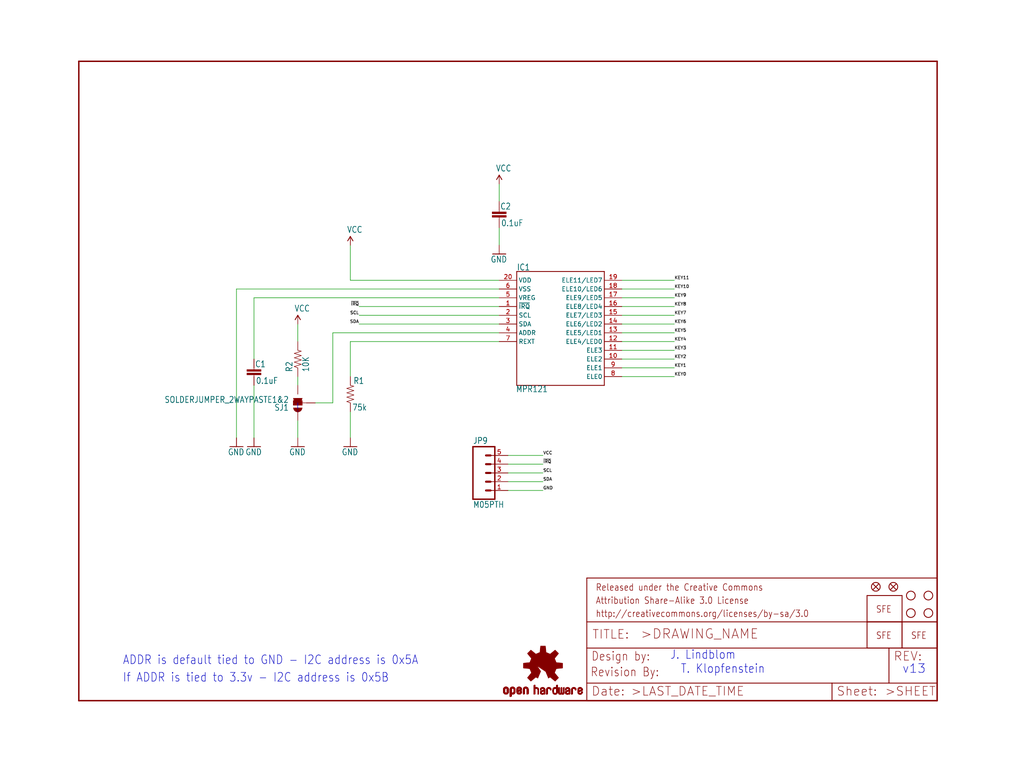
<source format=kicad_sch>
(kicad_sch (version 20211123) (generator eeschema)
  (paper "User" 297.002 223.926)
  (lib_symbols
    (symbol "schematicEagle-eagle-import:0.1UF-25V(+80{slash}-20%)(0603)"
      (property "Reference" "C" (at 1.524 2.921 0))
      (property "Value" "0.1UF-25V(+80{slash}-20%)(0603)" (at 1.524 -2.159 0))
      (symbol "0.1UF-25V(+80{slash}-20%)(0603)_1_0"
        (pin passive line (at 0 5.08 270) (length 2.54) (name "1") (number "1"))
        (pin passive line (at 0 -2.54 90) (length 2.54) (name "2") (number "2"))
      )
    )
    (symbol "schematicEagle-eagle-import:10KOHM1{slash}10W1%(0603)0603"
      (property "Reference" "R" (at -3.81 1.4986 0))
      (property "Value" "10KOHM1{slash}10W1%(0603)0603" (at -3.81 -3.302 0))
      (symbol "10KOHM1{slash}10W1%(0603)0603_1_0"
        (pin passive line (at -5.08 0 0) (length 2.54) (name "1") (number "1"))
        (pin passive line (at 5.08 0 180) (length 2.54) (name "2") (number "2"))
      )
    )
    (symbol "schematicEagle-eagle-import:FIDUCIAL1X2")
    (symbol "schematicEagle-eagle-import:FRAME-LETTER"
      (symbol "FRAME-LETTER_2_0"
        (text ">DRAWING_NAME" (at 15.494 17.78 0) (effects (font (size 2.7432 2.7432)) (justify left bottom)))
        (text ">LAST_DATE_TIME" (at 12.7 1.27 0) (effects (font (size 2.54 2.54)) (justify left bottom)))
        (text ">SHEET" (at 86.36 1.27 0) (effects (font (size 2.54 2.54)) (justify left bottom)))
        (text "Attribution Share-Alike 3.0 License" (at 2.54 27.94 0) (effects (font (size 1.9304 1.6408)) (justify left bottom)))
        (text "Date:" (at 1.27 1.27 0) (effects (font (size 2.54 2.54)) (justify left bottom)))
        (text "Design by:" (at 1.27 11.43 0) (effects (font (size 2.54 2.159)) (justify left bottom)))
        (text "http://creativecommons.org/licenses/by-sa/3.0" (at 2.54 24.13 0) (effects (font (size 1.9304 1.6408)) (justify left bottom)))
        (text "Released under the Creative Commons" (at 2.54 31.75 0) (effects (font (size 1.9304 1.6408)) (justify left bottom)))
        (text "REV:" (at 88.9 11.43 0) (effects (font (size 2.54 2.54)) (justify left bottom)))
        (text "Sheet:" (at 72.39 1.27 0) (effects (font (size 2.54 2.54)) (justify left bottom)))
        (text "TITLE:" (at 1.524 17.78 0) (effects (font (size 2.54 2.54)) (justify left bottom)))
      )
    )
    (symbol "schematicEagle-eagle-import:GND" (power)
      (property "Value" "GND" (at -2.54 -2.54 0))
      (symbol "GND_1_0"
        (pin power_in line (at 0 2.54 270) (length 2.54) (name "GND") (number "1"))
      )
    )
    (symbol "schematicEagle-eagle-import:LOGO-SFENEW"
      (symbol "LOGO-SFENEW_1_0"
        (text "SFE" (at 0 0 0) (effects (font (size 1.9304 1.6408)) (justify left bottom)))
      )
    )
    (symbol "schematicEagle-eagle-import:LOGO-SFESK"
      (symbol "LOGO-SFESK_1_0"
        (text "SFE" (at 0 0 0) (effects (font (size 1.9304 1.6408)) (justify left bottom)))
      )
    )
    (symbol "schematicEagle-eagle-import:M05PTH"
      (property "Reference" "JP" (at -2.54 8.382 0))
      (property "Value" "M05PTH" (at -2.54 -10.16 0))
      (symbol "M05PTH_1_0"
        (pin passive line (at 7.62 -5.08 180) (length 5.08) (name "1") (number "1"))
        (pin passive line (at 7.62 -2.54 180) (length 5.08) (name "2") (number "2"))
        (pin passive line (at 7.62 0 180) (length 5.08) (name "3") (number "3"))
        (pin passive line (at 7.62 2.54 180) (length 5.08) (name "4") (number "4"))
        (pin passive line (at 7.62 5.08 180) (length 5.08) (name "5") (number "5"))
      )
    )
    (symbol "schematicEagle-eagle-import:MPR121V2"
      (property "Value" "MPR121V2" (at -12.954 -17.272 0))
      (symbol "MPR121V2_1_0"
        (pin bidirectional line (at -17.78 7.62 0) (length 5.08) (name "~{IRQ}") (number "1"))
        (pin bidirectional line (at 17.78 -7.62 180) (length 5.08) (name "ELE2") (number "10"))
        (pin bidirectional line (at 17.78 -5.08 180) (length 5.08) (name "ELE3") (number "11"))
        (pin bidirectional line (at 17.78 -2.54 180) (length 5.08) (name "ELE4/LED0") (number "12"))
        (pin bidirectional line (at 17.78 0 180) (length 5.08) (name "ELE5/LED1") (number "13"))
        (pin bidirectional line (at 17.78 2.54 180) (length 5.08) (name "ELE6/LED2") (number "14"))
        (pin bidirectional line (at 17.78 5.08 180) (length 5.08) (name "ELE7/LED3") (number "15"))
        (pin bidirectional line (at 17.78 7.62 180) (length 5.08) (name "ELE8/LED4") (number "16"))
        (pin bidirectional line (at 17.78 10.16 180) (length 5.08) (name "ELE9/LED5") (number "17"))
        (pin bidirectional line (at 17.78 12.7 180) (length 5.08) (name "ELE10/LED6") (number "18"))
        (pin bidirectional line (at 17.78 15.24 180) (length 5.08) (name "ELE11/LED7") (number "19"))
        (pin bidirectional line (at -17.78 5.08 0) (length 5.08) (name "SCL") (number "2"))
        (pin bidirectional line (at -17.78 15.24 0) (length 5.08) (name "VDD") (number "20"))
        (pin bidirectional line (at -17.78 2.54 0) (length 5.08) (name "SDA") (number "3"))
        (pin bidirectional line (at -17.78 0 0) (length 5.08) (name "ADDR") (number "4"))
        (pin bidirectional line (at -17.78 10.16 0) (length 5.08) (name "VREG") (number "5"))
        (pin bidirectional line (at -17.78 12.7 0) (length 5.08) (name "VSS") (number "6"))
        (pin bidirectional line (at -17.78 -2.54 0) (length 5.08) (name "REXT") (number "7"))
        (pin bidirectional line (at 17.78 -12.7 180) (length 5.08) (name "ELE0") (number "8"))
        (pin bidirectional line (at 17.78 -10.16 180) (length 5.08) (name "ELE1") (number "9"))
      )
    )
    (symbol "schematicEagle-eagle-import:OSHW-LOGOL")
    (symbol "schematicEagle-eagle-import:RESISTOR0603-RES"
      (property "Reference" "R" (at -3.81 1.4986 0))
      (property "Value" "RESISTOR0603-RES" (at -3.81 -3.302 0))
      (symbol "RESISTOR0603-RES_1_0"
        (pin passive line (at -5.08 0 0) (length 2.54) (name "1") (number "1"))
        (pin passive line (at 5.08 0 180) (length 2.54) (name "2") (number "2"))
      )
    )
    (symbol "schematicEagle-eagle-import:REVISION"
      (symbol "REVISION_1_0"
        (text "Revision By: " (at 0 0 0) (effects (font (size 2.54 2.159)) (justify left bottom)))
      )
    )
    (symbol "schematicEagle-eagle-import:SOLDERJUMPER_2WAYPASTE1&2"
      (property "Reference" "SJ" (at 2.54 0.381 0))
      (property "Value" "SOLDERJUMPER_2WAYPASTE1&2" (at 2.54 -1.905 0))
      (symbol "SOLDERJUMPER_2WAYPASTE1&2_1_0"
        (pin passive line (at 0 5.08 270) (length 2.54) (name "1") (number "1"))
        (pin passive line (at -5.08 0 0) (length 2.54) (name "2") (number "2"))
        (pin passive line (at 0 -5.08 90) (length 2.54) (name "3") (number "3"))
      )
    )
    (symbol "schematicEagle-eagle-import:STAND-OFF")
    (symbol "schematicEagle-eagle-import:VCC" (power)
      (property "Value" "VCC" (at -1.016 3.556 0))
      (symbol "VCC_1_0"
        (pin power_in line (at 0 0 90) (length 2.54) (name "VCC") (number "1"))
      )
    )
  )
  (wire (pts (xy 73.66 86.36) (xy 73.66 104.14)))
  (wire (pts (xy 180.34 83.82) (xy 195.58 83.82)))
  (wire (pts (xy 144.78 91.44) (xy 104.14 91.44)))
  (wire (pts (xy 144.78 93.98) (xy 104.14 93.98)))
  (wire (pts (xy 86.36 111.76) (xy 86.36 109.22)))
  (wire (pts (xy 147.32 142.24) (xy 157.48 142.24)))
  (wire (pts (xy 180.34 106.68) (xy 195.58 106.68)))
  (wire (pts (xy 86.36 121.92) (xy 86.36 127)))
  (wire (pts (xy 68.58 83.82) (xy 144.78 83.82)))
  (wire (pts (xy 147.32 134.62) (xy 157.48 134.62)))
  (wire (pts (xy 180.34 81.28) (xy 195.58 81.28)))
  (wire (pts (xy 96.52 116.84) (xy 91.44 116.84)))
  (wire (pts (xy 180.34 91.44) (xy 195.58 91.44)))
  (wire (pts (xy 180.34 99.06) (xy 195.58 99.06)))
  (wire (pts (xy 144.78 88.9) (xy 104.14 88.9)))
  (wire (pts (xy 144.78 96.52) (xy 96.52 96.52)))
  (wire (pts (xy 147.32 137.16) (xy 157.48 137.16)))
  (wire (pts (xy 101.6 81.28) (xy 101.6 71.12)))
  (wire (pts (xy 144.78 58.42) (xy 144.78 53.34)))
  (wire (pts (xy 101.6 119.38) (xy 101.6 127)))
  (wire (pts (xy 180.34 93.98) (xy 195.58 93.98)))
  (wire (pts (xy 68.58 127) (xy 68.58 83.82)))
  (wire (pts (xy 96.52 96.52) (xy 96.52 116.84)))
  (wire (pts (xy 144.78 86.36) (xy 73.66 86.36)))
  (wire (pts (xy 144.78 71.12) (xy 144.78 66.04)))
  (wire (pts (xy 144.78 81.28) (xy 101.6 81.28)))
  (wire (pts (xy 180.34 96.52) (xy 195.58 96.52)))
  (wire (pts (xy 180.34 86.36) (xy 195.58 86.36)))
  (wire (pts (xy 147.32 139.7) (xy 157.48 139.7)))
  (polyline (pts (xy 86.36 116.84) (xy 86.36 119.38)))
  (wire (pts (xy 180.34 88.9) (xy 195.58 88.9)))
  (wire (pts (xy 73.66 111.76) (xy 73.66 127)))
  (wire (pts (xy 180.34 104.14) (xy 195.58 104.14)))
  (wire (pts (xy 86.36 93.98) (xy 86.36 99.06)))
  (wire (pts (xy 180.34 101.6) (xy 195.58 101.6)))
  (wire (pts (xy 144.78 99.06) (xy 101.6 99.06)))
  (wire (pts (xy 147.32 132.08) (xy 157.48 132.08)))
  (wire (pts (xy 180.34 109.22) (xy 195.58 109.22)))
  (wire (pts (xy 101.6 99.06) (xy 101.6 109.22)))
  (text "If ADDR is tied to 3.3v - I2C address is 0x5B" (at 35.56 198.12 180) (effects (font (size 2.54 2.159)) (justify left bottom)))
  (text "v13" (at 261.62 195.58 180) (effects (font (size 2.54 2.54)) (justify left bottom)))
  (text "J. Lindblom" (at 194.31 191.516 180) (effects (font (size 2.54 2.159)) (justify left bottom)))
  (text "ADDR is default tied to GND - I2C address is 0x5A" (at 35.56 193.04 180) (effects (font (size 2.54 2.159)) (justify left bottom)))
  (text "T. Klopfenstein" (at 197.358 195.58 180) (effects (font (size 2.54 2.159)) (justify left bottom)))
  (label "KEY2" (at 195.58 104.14 0) (effects (font (size 0.889 0.889))))
  (label "KEY9" (at 195.58 86.36 0) (effects (font (size 0.889 0.889))))
  (label "KEY6" (at 195.58 93.98 0) (effects (font (size 0.889 0.889))))
  (label "SCL" (at 157.48 137.16 0) (effects (font (size 0.889 0.889))))
  (label "KEY5" (at 195.58 96.52 0) (effects (font (size 0.889 0.889))))
  (label "~{IRQ}" (at 157.48 134.62 0) (effects (font (size 0.889 0.889))))
  (label "KEY11" (at 195.58 81.28 0) (effects (font (size 0.889 0.889))))
  (label "KEY1" (at 195.58 106.68 0) (effects (font (size 0.889 0.889))))
  (label "GND" (at 157.48 142.24 0) (effects (font (size 0.889 0.889))))
  (label "KEY3" (at 195.58 101.6 0) (effects (font (size 0.889 0.889))))
  (label "KEY0" (at 195.58 109.22 0) (effects (font (size 0.889 0.889))))
  (label "KEY4" (at 195.58 99.06 0) (effects (font (size 0.889 0.889))))
  (label "KEY8" (at 195.58 88.9 0) (effects (font (size 0.889 0.889))))
  (label "VCC" (at 157.48 132.08 0) (effects (font (size 0.889 0.889))))
  (label "KEY7" (at 195.58 91.44 0) (effects (font (size 0.889 0.889))))
  (label "KEY10" (at 195.58 83.82 0) (effects (font (size 0.889 0.889))))
  (label "SCL" (at 104.14 91.44 180) (effects (font (size 0.889 0.889))))
  (label "~{IRQ}" (at 104.14 88.9 180) (effects (font (size 0.889 0.889))))
  (label "SDA" (at 157.48 139.7 0) (effects (font (size 0.889 0.889))))
  (label "SDA" (at 104.14 93.98 180) (effects (font (size 0.889 0.889))))
  (symbol (lib_id "schematicEagle-eagle-import:MPR121V2") (at 162.56 96.52 0) (unit 1)
    (property "Reference" "IC1" (at 149.86 78.486 0) (effects (font (size 1.778 1.5113)) (justify left bottom)))
    (property "Value" "MPR121" (at 149.606 113.792 0) (effects (font (size 1.778 1.5113)) (justify left bottom)))
    (property "Footprint" "schematicEagle:QFN-20-0.4MM-V2" (effects hide))
  )
  (symbol (lib_id "schematicEagle-eagle-import:RESISTOR0603-RES") (at 101.6 114.3 90) (unit 1)
    (property "Reference" "R1" (at 105.664 109.4486 90) (effects (font (size 1.778 1.5113)) (justify left bottom)))
    (property "Value" "75k" (at 102.108 119.126 90) (effects (font (size 1.778 1.5113)) (justify right top)))
    (property "Footprint" "schematicEagle:0603-RES" (effects hide))
  )
  (symbol (lib_id "schematicEagle-eagle-import:FRAME-LETTER") (at 22.86 203.2 0) (unit 1)
    (property "Reference" "FRAME1" (effects hide))
    (property "Value" "FRAME-LETTER" (effects hide))
    (property "Footprint" "schematicEagle:CREATIVE_COMMONS" (effects hide))
  )
  (symbol (lib_id "schematicEagle-eagle-import:GND") (at 144.78 73.66 0) (unit 1)
    (property "Reference" "#GND5" (effects hide))
    (property "Value" "GND" (at 142.24 76.2 0) (effects (font (size 1.778 1.5113)) (justify left bottom)))
    (property "Footprint" "schematicEagle:" (effects hide))
  )
  (symbol (lib_id "schematicEagle-eagle-import:STAND-OFF") (at 269.24 177.8 0) (unit 1)
    (property "Reference" "JP8" (effects hide))
    (property "Value" "STAND-OFF" (effects hide))
    (property "Footprint" "schematicEagle:STAND-OFF" (effects hide))
  )
  (symbol (lib_id "schematicEagle-eagle-import:LOGO-SFESK") (at 254 185.42 0) (unit 1)
    (property "Reference" "JP2" (effects hide))
    (property "Value" "LOGO-SFESK" (effects hide))
    (property "Footprint" "schematicEagle:SFE-LOGO-FLAME" (effects hide))
  )
  (symbol (lib_id "schematicEagle-eagle-import:M05PTH") (at 139.7 137.16 0) (unit 1)
    (property "Reference" "JP9" (at 137.16 128.778 0) (effects (font (size 1.778 1.5113)) (justify left bottom)))
    (property "Value" "M05PTH" (at 137.16 147.32 0) (effects (font (size 1.778 1.5113)) (justify left bottom)))
    (property "Footprint" "schematicEagle:1X05" (effects hide))
  )
  (symbol (lib_id "schematicEagle-eagle-import:STAND-OFF") (at 264.16 172.72 0) (unit 1)
    (property "Reference" "JP4" (effects hide))
    (property "Value" "STAND-OFF" (effects hide))
    (property "Footprint" "schematicEagle:STAND-OFF" (effects hide))
  )
  (symbol (lib_id "schematicEagle-eagle-import:10KOHM1{slash}10W1%(0603)0603") (at 86.36 104.14 90) (unit 1)
    (property "Reference" "R2" (at 84.8614 107.95 0) (effects (font (size 1.778 1.5113)) (justify left bottom)))
    (property "Value" "10K" (at 89.662 107.95 0) (effects (font (size 1.778 1.5113)) (justify left bottom)))
    (property "Footprint" "schematicEagle:0603-RES" (effects hide))
  )
  (symbol (lib_id "schematicEagle-eagle-import:GND") (at 101.6 129.54 0) (unit 1)
    (property "Reference" "#GND2" (effects hide))
    (property "Value" "GND" (at 99.06 132.08 0) (effects (font (size 1.778 1.5113)) (justify left bottom)))
    (property "Footprint" "schematicEagle:" (effects hide))
  )
  (symbol (lib_id "schematicEagle-eagle-import:VCC") (at 86.36 93.98 0) (unit 1)
    (property "Reference" "#P+3" (effects hide))
    (property "Value" "VCC" (at 85.344 90.424 0) (effects (font (size 1.778 1.5113)) (justify left bottom)))
    (property "Footprint" "schematicEagle:" (effects hide))
  )
  (symbol (lib_id "schematicEagle-eagle-import:STAND-OFF") (at 264.16 177.8 0) (unit 1)
    (property "Reference" "JP7" (effects hide))
    (property "Value" "STAND-OFF" (effects hide))
    (property "Footprint" "schematicEagle:STAND-OFF" (effects hide))
  )
  (symbol (lib_id "schematicEagle-eagle-import:VCC") (at 101.6 71.12 0) (unit 1)
    (property "Reference" "#P+1" (effects hide))
    (property "Value" "VCC" (at 100.584 67.564 0) (effects (font (size 1.778 1.5113)) (justify left bottom)))
    (property "Footprint" "schematicEagle:" (effects hide))
  )
  (symbol (lib_id "schematicEagle-eagle-import:OSHW-LOGOL") (at 157.48 193.04 0) (unit 1)
    (property "Reference" "LOGO1" (effects hide))
    (property "Value" "OSHW-LOGOL" (effects hide))
    (property "Footprint" "schematicEagle:OSHW-LOGO-L" (effects hide))
  )
  (symbol (lib_id "schematicEagle-eagle-import:0.1UF-25V(+80{slash}-20%)(0603)") (at 73.66 109.22 0) (unit 1)
    (property "Reference" "C1" (at 73.914 106.553 0) (effects (font (size 1.778 1.5113)) (justify left bottom)))
    (property "Value" "0.1uF" (at 74.168 111.379 0) (effects (font (size 1.778 1.5113)) (justify left bottom)))
    (property "Footprint" "schematicEagle:0603-CAP" (effects hide))
  )
  (symbol (lib_id "schematicEagle-eagle-import:REVISION") (at 171.196 196.342 0) (unit 1)
    (property "Reference" "U$1" (effects hide))
    (property "Value" "REVISION" (effects hide))
    (property "Footprint" "schematicEagle:REVISION" (effects hide))
  )
  (symbol (lib_id "schematicEagle-eagle-import:VCC") (at 144.78 53.34 0) (unit 1)
    (property "Reference" "#P+2" (effects hide))
    (property "Value" "VCC" (at 143.764 49.784 0) (effects (font (size 1.778 1.5113)) (justify left bottom)))
    (property "Footprint" "schematicEagle:" (effects hide))
  )
  (symbol (lib_id "schematicEagle-eagle-import:SOLDERJUMPER_2WAYPASTE1&2") (at 86.36 116.84 180) (unit 1)
    (property "Reference" "SJ1" (at 83.82 117.221 0) (effects (font (size 1.778 1.5113)) (justify left bottom)))
    (property "Value" "SOLDERJUMPER_2WAYPASTE1&2" (at 83.82 114.935 0) (effects (font (size 1.778 1.5113)) (justify left bottom)))
    (property "Footprint" "schematicEagle:SJ_3_PASTE1&2" (effects hide))
  )
  (symbol (lib_id "schematicEagle-eagle-import:FRAME-LETTER") (at 170.18 203.2 0) (unit 2)
    (property "Reference" "FRAME1" (effects hide))
    (property "Value" "FRAME-LETTER" (effects hide))
    (property "Footprint" "schematicEagle:CREATIVE_COMMONS" (effects hide))
  )
  (symbol (lib_id "schematicEagle-eagle-import:FIDUCIAL1X2") (at 254 170.18 0) (unit 1)
    (property "Reference" "JP10" (effects hide))
    (property "Value" "FIDUCIAL1X2" (effects hide))
    (property "Footprint" "schematicEagle:FIDUCIAL-1X2" (effects hide))
  )
  (symbol (lib_id "schematicEagle-eagle-import:STAND-OFF") (at 269.24 172.72 0) (unit 1)
    (property "Reference" "JP3" (effects hide))
    (property "Value" "STAND-OFF" (effects hide))
    (property "Footprint" "schematicEagle:STAND-OFF" (effects hide))
  )
  (symbol (lib_id "schematicEagle-eagle-import:LOGO-SFESK") (at 254 177.8 0) (unit 1)
    (property "Reference" "JP6" (effects hide))
    (property "Value" "LOGO-SFESK" (effects hide))
    (property "Footprint" "schematicEagle:SFE-LOGO-FLAME" (effects hide))
  )
  (symbol (lib_id "schematicEagle-eagle-import:GND") (at 73.66 129.54 0) (unit 1)
    (property "Reference" "#GND1" (effects hide))
    (property "Value" "GND" (at 71.12 132.08 0) (effects (font (size 1.778 1.5113)) (justify left bottom)))
    (property "Footprint" "schematicEagle:" (effects hide))
  )
  (symbol (lib_id "schematicEagle-eagle-import:LOGO-SFENEW") (at 264.16 185.42 0) (unit 1)
    (property "Reference" "JP1" (effects hide))
    (property "Value" "LOGO-SFENEW" (effects hide))
    (property "Footprint" "schematicEagle:SFE-NEW-WEBLOGO" (effects hide))
  )
  (symbol (lib_id "schematicEagle-eagle-import:GND") (at 68.58 129.54 0) (unit 1)
    (property "Reference" "#GND4" (effects hide))
    (property "Value" "GND" (at 66.04 132.08 0) (effects (font (size 1.778 1.5113)) (justify left bottom)))
    (property "Footprint" "schematicEagle:" (effects hide))
  )
  (symbol (lib_id "schematicEagle-eagle-import:GND") (at 86.36 129.54 0) (unit 1)
    (property "Reference" "#GND3" (effects hide))
    (property "Value" "GND" (at 83.82 132.08 0) (effects (font (size 1.778 1.5113)) (justify left bottom)))
    (property "Footprint" "schematicEagle:" (effects hide))
  )
  (symbol (lib_id "schematicEagle-eagle-import:FIDUCIAL1X2") (at 259.08 170.18 0) (unit 1)
    (property "Reference" "JP5" (effects hide))
    (property "Value" "FIDUCIAL1X2" (effects hide))
    (property "Footprint" "schematicEagle:FIDUCIAL-1X2" (effects hide))
  )
  (symbol (lib_id "schematicEagle-eagle-import:0.1UF-25V(+80{slash}-20%)(0603)") (at 144.78 63.5 0) (unit 1)
    (property "Reference" "C2" (at 145.034 60.833 0) (effects (font (size 1.778 1.5113)) (justify left bottom)))
    (property "Value" "0.1uF" (at 145.288 65.659 0) (effects (font (size 1.778 1.5113)) (justify left bottom)))
    (property "Footprint" "schematicEagle:0603-CAP" (effects hide))
  )
)
</source>
